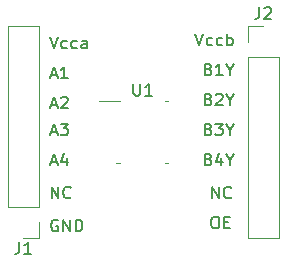
<source format=gbr>
%TF.GenerationSoftware,KiCad,Pcbnew,(7.0.0-0)*%
%TF.CreationDate,2023-09-01T09:13:59-07:00*%
%TF.ProjectId,level_shifter_breakout,6c657665-6c5f-4736-9869-667465725f62,rev?*%
%TF.SameCoordinates,Original*%
%TF.FileFunction,Legend,Top*%
%TF.FilePolarity,Positive*%
%FSLAX46Y46*%
G04 Gerber Fmt 4.6, Leading zero omitted, Abs format (unit mm)*
G04 Created by KiCad (PCBNEW (7.0.0-0)) date 2023-09-01 09:13:59*
%MOMM*%
%LPD*%
G01*
G04 APERTURE LIST*
%ADD10C,0.150000*%
%ADD11C,0.120000*%
G04 APERTURE END LIST*
D10*
X128079476Y-82554666D02*
X128555666Y-82554666D01*
X127984238Y-82840380D02*
X128317571Y-81840380D01*
X128317571Y-81840380D02*
X128650904Y-82840380D01*
X128889000Y-81840380D02*
X129508047Y-81840380D01*
X129508047Y-81840380D02*
X129174714Y-82221333D01*
X129174714Y-82221333D02*
X129317571Y-82221333D01*
X129317571Y-82221333D02*
X129412809Y-82268952D01*
X129412809Y-82268952D02*
X129460428Y-82316571D01*
X129460428Y-82316571D02*
X129508047Y-82411809D01*
X129508047Y-82411809D02*
X129508047Y-82649904D01*
X129508047Y-82649904D02*
X129460428Y-82745142D01*
X129460428Y-82745142D02*
X129412809Y-82792761D01*
X129412809Y-82792761D02*
X129317571Y-82840380D01*
X129317571Y-82840380D02*
X129031857Y-82840380D01*
X129031857Y-82840380D02*
X128936619Y-82792761D01*
X128936619Y-82792761D02*
X128889000Y-82745142D01*
X141414428Y-84856571D02*
X141557285Y-84904190D01*
X141557285Y-84904190D02*
X141604904Y-84951809D01*
X141604904Y-84951809D02*
X141652523Y-85047047D01*
X141652523Y-85047047D02*
X141652523Y-85189904D01*
X141652523Y-85189904D02*
X141604904Y-85285142D01*
X141604904Y-85285142D02*
X141557285Y-85332761D01*
X141557285Y-85332761D02*
X141462047Y-85380380D01*
X141462047Y-85380380D02*
X141081095Y-85380380D01*
X141081095Y-85380380D02*
X141081095Y-84380380D01*
X141081095Y-84380380D02*
X141414428Y-84380380D01*
X141414428Y-84380380D02*
X141509666Y-84428000D01*
X141509666Y-84428000D02*
X141557285Y-84475619D01*
X141557285Y-84475619D02*
X141604904Y-84570857D01*
X141604904Y-84570857D02*
X141604904Y-84666095D01*
X141604904Y-84666095D02*
X141557285Y-84761333D01*
X141557285Y-84761333D02*
X141509666Y-84808952D01*
X141509666Y-84808952D02*
X141414428Y-84856571D01*
X141414428Y-84856571D02*
X141081095Y-84856571D01*
X142509666Y-84713714D02*
X142509666Y-85380380D01*
X142271571Y-84332761D02*
X142033476Y-85047047D01*
X142033476Y-85047047D02*
X142652523Y-85047047D01*
X143223952Y-84904190D02*
X143223952Y-85380380D01*
X142890619Y-84380380D02*
X143223952Y-84904190D01*
X143223952Y-84904190D02*
X143557285Y-84380380D01*
X141414428Y-82316571D02*
X141557285Y-82364190D01*
X141557285Y-82364190D02*
X141604904Y-82411809D01*
X141604904Y-82411809D02*
X141652523Y-82507047D01*
X141652523Y-82507047D02*
X141652523Y-82649904D01*
X141652523Y-82649904D02*
X141604904Y-82745142D01*
X141604904Y-82745142D02*
X141557285Y-82792761D01*
X141557285Y-82792761D02*
X141462047Y-82840380D01*
X141462047Y-82840380D02*
X141081095Y-82840380D01*
X141081095Y-82840380D02*
X141081095Y-81840380D01*
X141081095Y-81840380D02*
X141414428Y-81840380D01*
X141414428Y-81840380D02*
X141509666Y-81888000D01*
X141509666Y-81888000D02*
X141557285Y-81935619D01*
X141557285Y-81935619D02*
X141604904Y-82030857D01*
X141604904Y-82030857D02*
X141604904Y-82126095D01*
X141604904Y-82126095D02*
X141557285Y-82221333D01*
X141557285Y-82221333D02*
X141509666Y-82268952D01*
X141509666Y-82268952D02*
X141414428Y-82316571D01*
X141414428Y-82316571D02*
X141081095Y-82316571D01*
X141985857Y-81840380D02*
X142604904Y-81840380D01*
X142604904Y-81840380D02*
X142271571Y-82221333D01*
X142271571Y-82221333D02*
X142414428Y-82221333D01*
X142414428Y-82221333D02*
X142509666Y-82268952D01*
X142509666Y-82268952D02*
X142557285Y-82316571D01*
X142557285Y-82316571D02*
X142604904Y-82411809D01*
X142604904Y-82411809D02*
X142604904Y-82649904D01*
X142604904Y-82649904D02*
X142557285Y-82745142D01*
X142557285Y-82745142D02*
X142509666Y-82792761D01*
X142509666Y-82792761D02*
X142414428Y-82840380D01*
X142414428Y-82840380D02*
X142128714Y-82840380D01*
X142128714Y-82840380D02*
X142033476Y-82792761D01*
X142033476Y-82792761D02*
X141985857Y-82745142D01*
X143223952Y-82364190D02*
X143223952Y-82840380D01*
X142890619Y-81840380D02*
X143223952Y-82364190D01*
X143223952Y-82364190D02*
X143557285Y-81840380D01*
X128079476Y-77728666D02*
X128555666Y-77728666D01*
X127984238Y-78014380D02*
X128317571Y-77014380D01*
X128317571Y-77014380D02*
X128650904Y-78014380D01*
X129508047Y-78014380D02*
X128936619Y-78014380D01*
X129222333Y-78014380D02*
X129222333Y-77014380D01*
X129222333Y-77014380D02*
X129127095Y-77157238D01*
X129127095Y-77157238D02*
X129031857Y-77252476D01*
X129031857Y-77252476D02*
X128936619Y-77300095D01*
X141414428Y-77236571D02*
X141557285Y-77284190D01*
X141557285Y-77284190D02*
X141604904Y-77331809D01*
X141604904Y-77331809D02*
X141652523Y-77427047D01*
X141652523Y-77427047D02*
X141652523Y-77569904D01*
X141652523Y-77569904D02*
X141604904Y-77665142D01*
X141604904Y-77665142D02*
X141557285Y-77712761D01*
X141557285Y-77712761D02*
X141462047Y-77760380D01*
X141462047Y-77760380D02*
X141081095Y-77760380D01*
X141081095Y-77760380D02*
X141081095Y-76760380D01*
X141081095Y-76760380D02*
X141414428Y-76760380D01*
X141414428Y-76760380D02*
X141509666Y-76808000D01*
X141509666Y-76808000D02*
X141557285Y-76855619D01*
X141557285Y-76855619D02*
X141604904Y-76950857D01*
X141604904Y-76950857D02*
X141604904Y-77046095D01*
X141604904Y-77046095D02*
X141557285Y-77141333D01*
X141557285Y-77141333D02*
X141509666Y-77188952D01*
X141509666Y-77188952D02*
X141414428Y-77236571D01*
X141414428Y-77236571D02*
X141081095Y-77236571D01*
X142604904Y-77760380D02*
X142033476Y-77760380D01*
X142319190Y-77760380D02*
X142319190Y-76760380D01*
X142319190Y-76760380D02*
X142223952Y-76903238D01*
X142223952Y-76903238D02*
X142128714Y-76998476D01*
X142128714Y-76998476D02*
X142033476Y-77046095D01*
X143223952Y-77284190D02*
X143223952Y-77760380D01*
X142890619Y-76760380D02*
X143223952Y-77284190D01*
X143223952Y-77284190D02*
X143557285Y-76760380D01*
X127984238Y-74474380D02*
X128317571Y-75474380D01*
X128317571Y-75474380D02*
X128650904Y-74474380D01*
X129412809Y-75426761D02*
X129317571Y-75474380D01*
X129317571Y-75474380D02*
X129127095Y-75474380D01*
X129127095Y-75474380D02*
X129031857Y-75426761D01*
X129031857Y-75426761D02*
X128984238Y-75379142D01*
X128984238Y-75379142D02*
X128936619Y-75283904D01*
X128936619Y-75283904D02*
X128936619Y-74998190D01*
X128936619Y-74998190D02*
X128984238Y-74902952D01*
X128984238Y-74902952D02*
X129031857Y-74855333D01*
X129031857Y-74855333D02*
X129127095Y-74807714D01*
X129127095Y-74807714D02*
X129317571Y-74807714D01*
X129317571Y-74807714D02*
X129412809Y-74855333D01*
X130269952Y-75426761D02*
X130174714Y-75474380D01*
X130174714Y-75474380D02*
X129984238Y-75474380D01*
X129984238Y-75474380D02*
X129889000Y-75426761D01*
X129889000Y-75426761D02*
X129841381Y-75379142D01*
X129841381Y-75379142D02*
X129793762Y-75283904D01*
X129793762Y-75283904D02*
X129793762Y-74998190D01*
X129793762Y-74998190D02*
X129841381Y-74902952D01*
X129841381Y-74902952D02*
X129889000Y-74855333D01*
X129889000Y-74855333D02*
X129984238Y-74807714D01*
X129984238Y-74807714D02*
X130174714Y-74807714D01*
X130174714Y-74807714D02*
X130269952Y-74855333D01*
X131127095Y-75474380D02*
X131127095Y-74950571D01*
X131127095Y-74950571D02*
X131079476Y-74855333D01*
X131079476Y-74855333D02*
X130984238Y-74807714D01*
X130984238Y-74807714D02*
X130793762Y-74807714D01*
X130793762Y-74807714D02*
X130698524Y-74855333D01*
X131127095Y-75426761D02*
X131031857Y-75474380D01*
X131031857Y-75474380D02*
X130793762Y-75474380D01*
X130793762Y-75474380D02*
X130698524Y-75426761D01*
X130698524Y-75426761D02*
X130650905Y-75331523D01*
X130650905Y-75331523D02*
X130650905Y-75236285D01*
X130650905Y-75236285D02*
X130698524Y-75141047D01*
X130698524Y-75141047D02*
X130793762Y-75093428D01*
X130793762Y-75093428D02*
X131031857Y-75093428D01*
X131031857Y-75093428D02*
X131127095Y-75045809D01*
X141414428Y-79776571D02*
X141557285Y-79824190D01*
X141557285Y-79824190D02*
X141604904Y-79871809D01*
X141604904Y-79871809D02*
X141652523Y-79967047D01*
X141652523Y-79967047D02*
X141652523Y-80109904D01*
X141652523Y-80109904D02*
X141604904Y-80205142D01*
X141604904Y-80205142D02*
X141557285Y-80252761D01*
X141557285Y-80252761D02*
X141462047Y-80300380D01*
X141462047Y-80300380D02*
X141081095Y-80300380D01*
X141081095Y-80300380D02*
X141081095Y-79300380D01*
X141081095Y-79300380D02*
X141414428Y-79300380D01*
X141414428Y-79300380D02*
X141509666Y-79348000D01*
X141509666Y-79348000D02*
X141557285Y-79395619D01*
X141557285Y-79395619D02*
X141604904Y-79490857D01*
X141604904Y-79490857D02*
X141604904Y-79586095D01*
X141604904Y-79586095D02*
X141557285Y-79681333D01*
X141557285Y-79681333D02*
X141509666Y-79728952D01*
X141509666Y-79728952D02*
X141414428Y-79776571D01*
X141414428Y-79776571D02*
X141081095Y-79776571D01*
X142033476Y-79395619D02*
X142081095Y-79348000D01*
X142081095Y-79348000D02*
X142176333Y-79300380D01*
X142176333Y-79300380D02*
X142414428Y-79300380D01*
X142414428Y-79300380D02*
X142509666Y-79348000D01*
X142509666Y-79348000D02*
X142557285Y-79395619D01*
X142557285Y-79395619D02*
X142604904Y-79490857D01*
X142604904Y-79490857D02*
X142604904Y-79586095D01*
X142604904Y-79586095D02*
X142557285Y-79728952D01*
X142557285Y-79728952D02*
X141985857Y-80300380D01*
X141985857Y-80300380D02*
X142604904Y-80300380D01*
X143223952Y-79824190D02*
X143223952Y-80300380D01*
X142890619Y-79300380D02*
X143223952Y-79824190D01*
X143223952Y-79824190D02*
X143557285Y-79300380D01*
X141716095Y-88174380D02*
X141716095Y-87174380D01*
X141716095Y-87174380D02*
X142287523Y-88174380D01*
X142287523Y-88174380D02*
X142287523Y-87174380D01*
X143335142Y-88079142D02*
X143287523Y-88126761D01*
X143287523Y-88126761D02*
X143144666Y-88174380D01*
X143144666Y-88174380D02*
X143049428Y-88174380D01*
X143049428Y-88174380D02*
X142906571Y-88126761D01*
X142906571Y-88126761D02*
X142811333Y-88031523D01*
X142811333Y-88031523D02*
X142763714Y-87936285D01*
X142763714Y-87936285D02*
X142716095Y-87745809D01*
X142716095Y-87745809D02*
X142716095Y-87602952D01*
X142716095Y-87602952D02*
X142763714Y-87412476D01*
X142763714Y-87412476D02*
X142811333Y-87317238D01*
X142811333Y-87317238D02*
X142906571Y-87222000D01*
X142906571Y-87222000D02*
X143049428Y-87174380D01*
X143049428Y-87174380D02*
X143144666Y-87174380D01*
X143144666Y-87174380D02*
X143287523Y-87222000D01*
X143287523Y-87222000D02*
X143335142Y-87269619D01*
X128127095Y-88174380D02*
X128127095Y-87174380D01*
X128127095Y-87174380D02*
X128698523Y-88174380D01*
X128698523Y-88174380D02*
X128698523Y-87174380D01*
X129746142Y-88079142D02*
X129698523Y-88126761D01*
X129698523Y-88126761D02*
X129555666Y-88174380D01*
X129555666Y-88174380D02*
X129460428Y-88174380D01*
X129460428Y-88174380D02*
X129317571Y-88126761D01*
X129317571Y-88126761D02*
X129222333Y-88031523D01*
X129222333Y-88031523D02*
X129174714Y-87936285D01*
X129174714Y-87936285D02*
X129127095Y-87745809D01*
X129127095Y-87745809D02*
X129127095Y-87602952D01*
X129127095Y-87602952D02*
X129174714Y-87412476D01*
X129174714Y-87412476D02*
X129222333Y-87317238D01*
X129222333Y-87317238D02*
X129317571Y-87222000D01*
X129317571Y-87222000D02*
X129460428Y-87174380D01*
X129460428Y-87174380D02*
X129555666Y-87174380D01*
X129555666Y-87174380D02*
X129698523Y-87222000D01*
X129698523Y-87222000D02*
X129746142Y-87269619D01*
X128079476Y-80268666D02*
X128555666Y-80268666D01*
X127984238Y-80554380D02*
X128317571Y-79554380D01*
X128317571Y-79554380D02*
X128650904Y-80554380D01*
X128936619Y-79649619D02*
X128984238Y-79602000D01*
X128984238Y-79602000D02*
X129079476Y-79554380D01*
X129079476Y-79554380D02*
X129317571Y-79554380D01*
X129317571Y-79554380D02*
X129412809Y-79602000D01*
X129412809Y-79602000D02*
X129460428Y-79649619D01*
X129460428Y-79649619D02*
X129508047Y-79744857D01*
X129508047Y-79744857D02*
X129508047Y-79840095D01*
X129508047Y-79840095D02*
X129460428Y-79982952D01*
X129460428Y-79982952D02*
X128889000Y-80554380D01*
X128889000Y-80554380D02*
X129508047Y-80554380D01*
X140303238Y-74220380D02*
X140636571Y-75220380D01*
X140636571Y-75220380D02*
X140969904Y-74220380D01*
X141731809Y-75172761D02*
X141636571Y-75220380D01*
X141636571Y-75220380D02*
X141446095Y-75220380D01*
X141446095Y-75220380D02*
X141350857Y-75172761D01*
X141350857Y-75172761D02*
X141303238Y-75125142D01*
X141303238Y-75125142D02*
X141255619Y-75029904D01*
X141255619Y-75029904D02*
X141255619Y-74744190D01*
X141255619Y-74744190D02*
X141303238Y-74648952D01*
X141303238Y-74648952D02*
X141350857Y-74601333D01*
X141350857Y-74601333D02*
X141446095Y-74553714D01*
X141446095Y-74553714D02*
X141636571Y-74553714D01*
X141636571Y-74553714D02*
X141731809Y-74601333D01*
X142588952Y-75172761D02*
X142493714Y-75220380D01*
X142493714Y-75220380D02*
X142303238Y-75220380D01*
X142303238Y-75220380D02*
X142208000Y-75172761D01*
X142208000Y-75172761D02*
X142160381Y-75125142D01*
X142160381Y-75125142D02*
X142112762Y-75029904D01*
X142112762Y-75029904D02*
X142112762Y-74744190D01*
X142112762Y-74744190D02*
X142160381Y-74648952D01*
X142160381Y-74648952D02*
X142208000Y-74601333D01*
X142208000Y-74601333D02*
X142303238Y-74553714D01*
X142303238Y-74553714D02*
X142493714Y-74553714D01*
X142493714Y-74553714D02*
X142588952Y-74601333D01*
X143017524Y-75220380D02*
X143017524Y-74220380D01*
X143017524Y-74601333D02*
X143112762Y-74553714D01*
X143112762Y-74553714D02*
X143303238Y-74553714D01*
X143303238Y-74553714D02*
X143398476Y-74601333D01*
X143398476Y-74601333D02*
X143446095Y-74648952D01*
X143446095Y-74648952D02*
X143493714Y-74744190D01*
X143493714Y-74744190D02*
X143493714Y-75029904D01*
X143493714Y-75029904D02*
X143446095Y-75125142D01*
X143446095Y-75125142D02*
X143398476Y-75172761D01*
X143398476Y-75172761D02*
X143303238Y-75220380D01*
X143303238Y-75220380D02*
X143112762Y-75220380D01*
X143112762Y-75220380D02*
X143017524Y-75172761D01*
X128079476Y-85094666D02*
X128555666Y-85094666D01*
X127984238Y-85380380D02*
X128317571Y-84380380D01*
X128317571Y-84380380D02*
X128650904Y-85380380D01*
X129412809Y-84713714D02*
X129412809Y-85380380D01*
X129174714Y-84332761D02*
X128936619Y-85047047D01*
X128936619Y-85047047D02*
X129555666Y-85047047D01*
X141906571Y-89714380D02*
X142097047Y-89714380D01*
X142097047Y-89714380D02*
X142192285Y-89762000D01*
X142192285Y-89762000D02*
X142287523Y-89857238D01*
X142287523Y-89857238D02*
X142335142Y-90047714D01*
X142335142Y-90047714D02*
X142335142Y-90381047D01*
X142335142Y-90381047D02*
X142287523Y-90571523D01*
X142287523Y-90571523D02*
X142192285Y-90666761D01*
X142192285Y-90666761D02*
X142097047Y-90714380D01*
X142097047Y-90714380D02*
X141906571Y-90714380D01*
X141906571Y-90714380D02*
X141811333Y-90666761D01*
X141811333Y-90666761D02*
X141716095Y-90571523D01*
X141716095Y-90571523D02*
X141668476Y-90381047D01*
X141668476Y-90381047D02*
X141668476Y-90047714D01*
X141668476Y-90047714D02*
X141716095Y-89857238D01*
X141716095Y-89857238D02*
X141811333Y-89762000D01*
X141811333Y-89762000D02*
X141906571Y-89714380D01*
X142763714Y-90190571D02*
X143097047Y-90190571D01*
X143239904Y-90714380D02*
X142763714Y-90714380D01*
X142763714Y-90714380D02*
X142763714Y-89714380D01*
X142763714Y-89714380D02*
X143239904Y-89714380D01*
X128650904Y-90016000D02*
X128555666Y-89968380D01*
X128555666Y-89968380D02*
X128412809Y-89968380D01*
X128412809Y-89968380D02*
X128269952Y-90016000D01*
X128269952Y-90016000D02*
X128174714Y-90111238D01*
X128174714Y-90111238D02*
X128127095Y-90206476D01*
X128127095Y-90206476D02*
X128079476Y-90396952D01*
X128079476Y-90396952D02*
X128079476Y-90539809D01*
X128079476Y-90539809D02*
X128127095Y-90730285D01*
X128127095Y-90730285D02*
X128174714Y-90825523D01*
X128174714Y-90825523D02*
X128269952Y-90920761D01*
X128269952Y-90920761D02*
X128412809Y-90968380D01*
X128412809Y-90968380D02*
X128508047Y-90968380D01*
X128508047Y-90968380D02*
X128650904Y-90920761D01*
X128650904Y-90920761D02*
X128698523Y-90873142D01*
X128698523Y-90873142D02*
X128698523Y-90539809D01*
X128698523Y-90539809D02*
X128508047Y-90539809D01*
X129127095Y-90968380D02*
X129127095Y-89968380D01*
X129127095Y-89968380D02*
X129698523Y-90968380D01*
X129698523Y-90968380D02*
X129698523Y-89968380D01*
X130174714Y-90968380D02*
X130174714Y-89968380D01*
X130174714Y-89968380D02*
X130412809Y-89968380D01*
X130412809Y-89968380D02*
X130555666Y-90016000D01*
X130555666Y-90016000D02*
X130650904Y-90111238D01*
X130650904Y-90111238D02*
X130698523Y-90206476D01*
X130698523Y-90206476D02*
X130746142Y-90396952D01*
X130746142Y-90396952D02*
X130746142Y-90539809D01*
X130746142Y-90539809D02*
X130698523Y-90730285D01*
X130698523Y-90730285D02*
X130650904Y-90825523D01*
X130650904Y-90825523D02*
X130555666Y-90920761D01*
X130555666Y-90920761D02*
X130412809Y-90968380D01*
X130412809Y-90968380D02*
X130174714Y-90968380D01*
%TO.C,J2*%
X145716666Y-71967380D02*
X145716666Y-72681666D01*
X145716666Y-72681666D02*
X145669047Y-72824523D01*
X145669047Y-72824523D02*
X145573809Y-72919761D01*
X145573809Y-72919761D02*
X145430952Y-72967380D01*
X145430952Y-72967380D02*
X145335714Y-72967380D01*
X146145238Y-72062619D02*
X146192857Y-72015000D01*
X146192857Y-72015000D02*
X146288095Y-71967380D01*
X146288095Y-71967380D02*
X146526190Y-71967380D01*
X146526190Y-71967380D02*
X146621428Y-72015000D01*
X146621428Y-72015000D02*
X146669047Y-72062619D01*
X146669047Y-72062619D02*
X146716666Y-72157857D01*
X146716666Y-72157857D02*
X146716666Y-72253095D01*
X146716666Y-72253095D02*
X146669047Y-72395952D01*
X146669047Y-72395952D02*
X146097619Y-72967380D01*
X146097619Y-72967380D02*
X146716666Y-72967380D01*
%TO.C,J1*%
X125396666Y-91867380D02*
X125396666Y-92581666D01*
X125396666Y-92581666D02*
X125349047Y-92724523D01*
X125349047Y-92724523D02*
X125253809Y-92819761D01*
X125253809Y-92819761D02*
X125110952Y-92867380D01*
X125110952Y-92867380D02*
X125015714Y-92867380D01*
X126396666Y-92867380D02*
X125825238Y-92867380D01*
X126110952Y-92867380D02*
X126110952Y-91867380D01*
X126110952Y-91867380D02*
X126015714Y-92010238D01*
X126015714Y-92010238D02*
X125920476Y-92105476D01*
X125920476Y-92105476D02*
X125825238Y-92153095D01*
%TO.C,U1*%
X135059595Y-78467380D02*
X135059595Y-79276904D01*
X135059595Y-79276904D02*
X135107214Y-79372142D01*
X135107214Y-79372142D02*
X135154833Y-79419761D01*
X135154833Y-79419761D02*
X135250071Y-79467380D01*
X135250071Y-79467380D02*
X135440547Y-79467380D01*
X135440547Y-79467380D02*
X135535785Y-79419761D01*
X135535785Y-79419761D02*
X135583404Y-79372142D01*
X135583404Y-79372142D02*
X135631023Y-79276904D01*
X135631023Y-79276904D02*
X135631023Y-78467380D01*
X136631023Y-79467380D02*
X136059595Y-79467380D01*
X136345309Y-79467380D02*
X136345309Y-78467380D01*
X136345309Y-78467380D02*
X136250071Y-78610238D01*
X136250071Y-78610238D02*
X136154833Y-78705476D01*
X136154833Y-78705476D02*
X136059595Y-78753095D01*
D11*
%TO.C,J2*%
X144720000Y-73600000D02*
X146050000Y-73600000D01*
X144720000Y-74930000D02*
X144720000Y-73600000D01*
X144720000Y-76200000D02*
X144720000Y-91500000D01*
X144720000Y-76200000D02*
X147380000Y-76200000D01*
X144720000Y-91500000D02*
X147380000Y-91500000D01*
X147380000Y-76200000D02*
X147380000Y-91500000D01*
%TO.C,J1*%
X127060000Y-91500000D02*
X125730000Y-91500000D01*
X127060000Y-90170000D02*
X127060000Y-91500000D01*
X127060000Y-88900000D02*
X127060000Y-73600000D01*
X127060000Y-88900000D02*
X124400000Y-88900000D01*
X127060000Y-73600000D02*
X124400000Y-73600000D01*
X124400000Y-88900000D02*
X124400000Y-73600000D01*
%TO.C,U1*%
X133885916Y-79940000D02*
X132171500Y-79940000D01*
X133885916Y-85160000D02*
X133621500Y-85160000D01*
X137757084Y-79940000D02*
X138021500Y-79940000D01*
X137757084Y-85160000D02*
X138021500Y-85160000D01*
%TD*%
M02*

</source>
